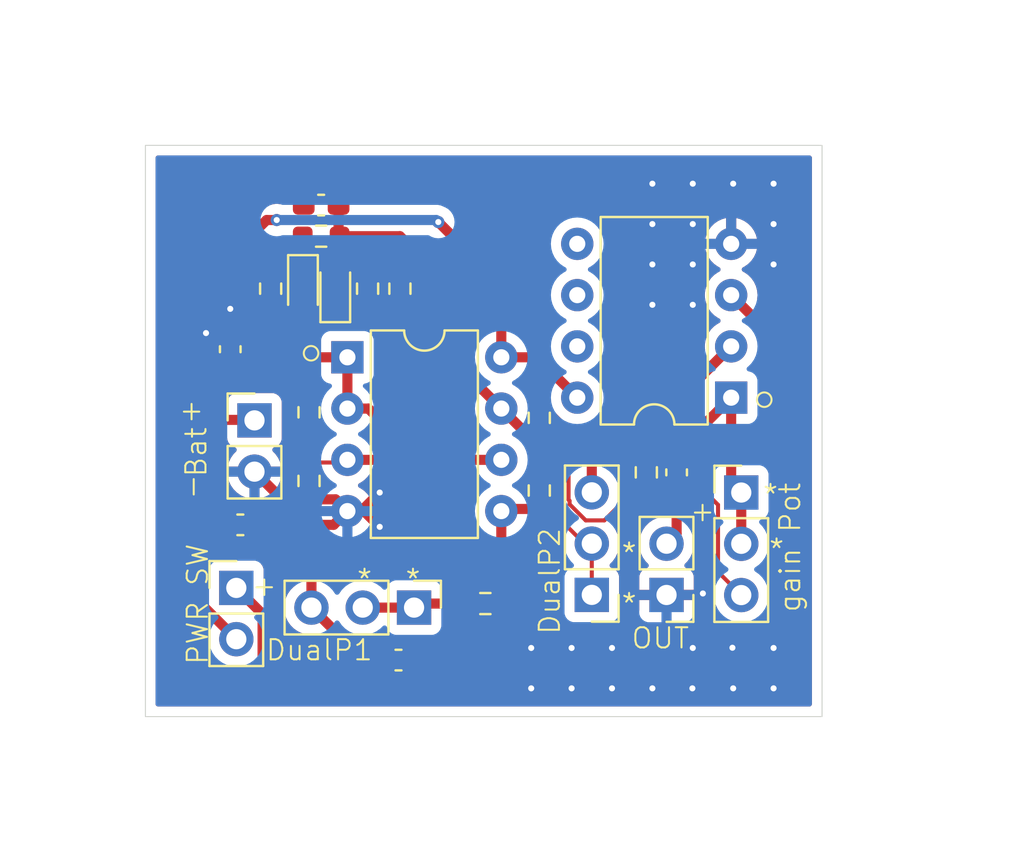
<source format=kicad_pcb>
(kicad_pcb (version 20240108) (generator "pcbnew") (generator_version "8.0")
  (layers (0 "F.Cu" signal) (31 "B.Cu" signal) (34 "B.Paste" user) (35 "F.Paste" user) (36 "B.SilkS" user "B.Silkscreen") (37 "F.SilkS" user "F.Silkscreen") (38 "B.Mask" user) (39 "F.Mask" user) (44 "Edge.Cuts" user))
  (net 0 "")
  (net 1 "SupplyGND")
  (net 2 "+9V")
  (net 3 "Net-(C1-Pad1)")
  (net 4 "Net-(C1-Pad2)")
  (net 5 "BiasVoltage")
  (net 6 "Net-(U4B-+)")
  (net 7 "Net-(C3-Pad1)")
  (net 8 "Net-(J1-Pin_2)")
  (net 9 "Net-(D1-K)")
  (net 10 "Net-(D1-A)")
  (net 11 "Net-(DualPot1-Pad1)")
  (net 12 "Net-(U4A-+)")
  (net 13 "Net-(R7-Pad2)")
  (net 14 "Net-(U5A--)")
  (net 15 "Net-(R10-Pad2)")
  (net 19 "Net-(BT1-+)")
  (footprint "Diode_SMD:D_0603_1608Metric_Pad1.05x0.95mm_HandSolder" (layer "F.Cu") (at 115.3 111.2 90)
    (property "Reference" "D1" (hide yes))
    (property "Value" "1n4148")
    (fp_line (start 0.8 -0.735) (end -1.66 -0.735) (stroke (width 0.12)) (layer "F.SilkS"))
    (fp_line (start -1.66 -0.735) (end -1.66 0.735) (stroke (width 0.12)) (layer "F.SilkS"))
    (fp_line (start -1.66 0.735) (end 0.8 0.735) (stroke (width 0.12)) (layer "F.SilkS"))
    (pad "1" smd roundrect (at -0.875 0 90) (size 1.05 0.95) (layers "F.Cu" "F.Paste" "F.Mask") (net 9 "Net-(D1-K)"))
    (pad "2" smd roundrect (at 0.875 0 90) (size 1.05 0.95) (layers "F.Cu" "F.Paste" "F.Mask") (net 10 "Net-(D1-A)"))
  )
  (footprint "Diode_SMD:D_0603_1608Metric_Pad1.05x0.95mm_HandSolder" (layer "F.Cu") (at 113.7 111.2 -90)
    (property "Reference" "D2" (hide yes))
    (property "Value" "1n4148")
    (fp_line (start -1.66 0.735) (end 0.8 0.735) (stroke (width 0.12)) (layer "F.SilkS"))
    (fp_line (start -1.66 -0.735) (end -1.66 0.735) (stroke (width 0.12)) (layer "F.SilkS"))
    (fp_line (start 0.8 -0.735) (end -1.66 -0.735) (stroke (width 0.12)) (layer "F.SilkS"))
    (pad "1" smd roundrect (at -0.875 0 270) (size 1.05 0.95) (layers "F.Cu" "F.Paste" "F.Mask") (net 10 "Net-(D1-A)"))
    (pad "2" smd roundrect (at 0.875 0 270) (size 1.05 0.95) (layers "F.Cu" "F.Paste" "F.Mask") (net 9 "Net-(D1-K)"))
  )
  (footprint "Resistor_SMD:R_0603_1608Metric_Pad0.98x0.95mm_HandSolder" (layer "F.Cu") (at 114 117.325 -90)
    (property "Reference" "R5" (hide yes))
    (property "Value" "1M")
    (fp_line (start -0.254724 0.5225) (end 0.254724 0.5225) (stroke (width 0.12)) (layer "F.SilkS"))
    (fp_line (start -0.254724 -0.5225) (end 0.254724 -0.5225) (stroke (width 0.12)) (layer "F.SilkS"))
    (pad "1" smd roundrect (at -0.9125 0 270) (size 0.975 0.95) (layers "F.Cu" "F.Paste" "F.Mask") (net 2 "+9V"))
    (pad "2" smd roundrect (at 0.9125 0 270) (size 0.975 0.95) (layers "F.Cu" "F.Paste" "F.Mask") (net 12 "Net-(U4A-+)"))
  )
  (footprint "Connector_PinHeader_2.54mm:PinHeader_1x03_P2.54mm_Vertical" (layer "F.Cu") (at 128 126.37 180)
    (property "Reference" "RV2" (hide yes))
    (property "Value" "DualPot2")
    (fp_line (start 1.33 1.27) (end 1.33 6.41) (stroke (width 0.12)) (layer "F.SilkS"))
    (fp_line (start -1.33 6.41) (end 1.33 6.41) (stroke (width 0.12)) (layer "F.SilkS"))
    (fp_line (start -1.33 1.27) (end 1.33 1.27) (stroke (width 0.12)) (layer "F.SilkS"))
    (fp_line (start -1.33 1.27) (end -1.33 6.41) (stroke (width 0.12)) (layer "F.SilkS"))
    (fp_line (start -1.33 0) (end -1.33 -1.33) (stroke (width 0.12)) (layer "F.SilkS"))
    (fp_line (start -1.33 -1.33) (end 0 -1.33) (stroke (width 0.12)) (layer "F.SilkS"))
    (pad "1" thru_hole rect (at 0 0 180) (size 1.7 1.7) (drill 1) (layers "*.Cu" "*.Mask") (net 13 "Net-(R7-Pad2)"))
    (pad "2" thru_hole oval (at 0 2.54 180) (size 1.7 1.7) (drill 1) (layers "*.Cu" "*.Mask") (net 13 "Net-(R7-Pad2)"))
    (pad "3" thru_hole oval (at 0 5.08 180) (size 1.7 1.7) (drill 1) (layers "*.Cu" "*.Mask") (net 3 "Net-(C1-Pad1)"))
  )
  (footprint "Capacitor_SMD:C_0603_1608Metric_Pad1.08x0.95mm_HandSolder" (layer "F.Cu") (at 114.6 107.06)
    (property "Reference" "C1" (hide yes))
    (property "Value" "100n")
    (fp_line (start -0.146267 -0.51) (end 0.146267 -0.51) (stroke (width 0.12)) (layer "F.SilkS"))
    (fp_line (start -0.146267 0.51) (end 0.146267 0.51) (stroke (width 0.12)) (layer "F.SilkS"))
    (pad "1" smd roundrect (at -0.8625 0) (size 1.075 0.95) (layers "F.Cu" "F.Paste" "F.Mask") (net 3 "Net-(C1-Pad1)"))
    (pad "2" smd roundrect (at 0.8625 0) (size 1.075 0.95) (layers "F.Cu" "F.Paste" "F.Mask") (net 4 "Net-(C1-Pad2)"))
  )
  (footprint "Resistor_SMD:R_0603_1608Metric_Pad0.98x0.95mm_HandSolder" (layer "F.Cu") (at 125.4 121.2 90)
    (property "Reference" "R7" (hide yes))
    (property "Value" "100")
    (fp_line (start -0.254724 -0.5225) (end 0.254724 -0.5225) (stroke (width 0.12)) (layer "F.SilkS"))
    (fp_line (start -0.254724 0.5225) (end 0.254724 0.5225) (stroke (width 0.12)) (layer "F.SilkS"))
    (pad "1" smd roundrect (at -0.9125 0 90) (size 0.975 0.95) (layers "F.Cu" "F.Paste" "F.Mask") (net 6 "Net-(U4B-+)"))
    (pad "2" smd roundrect (at 0.9125 0 90) (size 0.975 0.95) (layers "F.Cu" "F.Paste" "F.Mask") (net 13 "Net-(R7-Pad2)"))
  )
  (footprint "Resistor_SMD:R_0603_1608Metric_Pad0.98x0.95mm_HandSolder" (layer "F.Cu") (at 118.5 111.2 90)
    (property "Reference" "R1" (hide yes))
    (property "Value" "4k7")
    (fp_line (start -0.254724 -0.5225) (end 0.254724 -0.5225) (stroke (width 0.12)) (layer "F.SilkS"))
    (fp_line (start -0.254724 0.5225) (end 0.254724 0.5225) (stroke (width 0.12)) (layer "F.SilkS"))
    (pad "1" smd roundrect (at -0.9125 0 90) (size 0.975 0.95) (layers "F.Cu" "F.Paste" "F.Mask") (net 9 "Net-(D1-K)"))
    (pad "2" smd roundrect (at 0.9125 0 90) (size 0.975 0.95) (layers "F.Cu" "F.Paste" "F.Mask") (net 10 "Net-(D1-A)"))
  )
  (footprint "Connector_PinHeader_2.54mm:PinHeader_1x03_P2.54mm_Vertical" (layer "F.Cu") (at 135.4 121.3)
    (property "Reference" "RV3" (hide yes))
    (property "Value" "Gain10k?")
    (fp_line (start -1.33 -1.33) (end 0 -1.33) (stroke (width 0.12)) (layer "F.SilkS"))
    (fp_line (start -1.33 0) (end -1.33 -1.33) (stroke (width 0.12)) (layer "F.SilkS"))
    (fp_line (start -1.33 1.27) (end -1.33 6.41) (stroke (width 0.12)) (layer "F.SilkS"))
    (fp_line (start -1.33 1.27) (end 1.33 1.27) (stroke (width 0.12)) (layer "F.SilkS"))
    (fp_line (start -1.33 6.41) (end 1.33 6.41) (stroke (width 0.12)) (layer "F.SilkS"))
    (fp_line (start 1.33 1.27) (end 1.33 6.41) (stroke (width 0.12)) (layer "F.SilkS"))
    (pad "1" thru_hole rect (at 0 0) (size 1.7 1.7) (drill 1) (layers "*.Cu" "*.Mask") (net 7 "Net-(C3-Pad1)"))
    (pad "2" thru_hole oval (at 0 2.54) (size 1.7 1.7) (drill 1) (layers "*.Cu" "*.Mask") (net 7 "Net-(C3-Pad1)"))
    (pad "3" thru_hole oval (at 0 5.08) (size 1.7 1.7) (drill 1) (layers "*.Cu" "*.Mask") (net 15 "Net-(R10-Pad2)"))
  )
  (footprint "Package_DIP:DIP-8_W7.62mm" (layer "F.Cu") (at 115.9 114.6)
    (property "Reference" "U4" (hide yes))
    (property "Value" "NE5532")
    (fp_line (start 1.16 -1.33) (end 1.16 8.95) (stroke (width 0.12)) (layer "F.SilkS"))
    (fp_line (start 1.16 8.95) (end 6.46 8.95) (stroke (width 0.12)) (layer "F.SilkS"))
    (fp_line (start 2.81 -1.33) (end 1.16 -1.33) (stroke (width 0.12)) (layer "F.SilkS"))
    (fp_line (start 6.46 -1.33) (end 4.81 -1.33) (stroke (width 0.12)) (layer "F.SilkS"))
    (fp_line (start 6.46 8.95) (end 6.46 -1.33) (stroke (width 0.12)) (layer "F.SilkS"))
    (fp_arc (start 4.81 -1.33) (mid 3.81 -0.33) (end 2.81 -1.33) (stroke (width 0.12)) (layer "F.SilkS"))
    (pad "1" thru_hole rect (at 0 0) (size 1.6 1.6) (drill 0.8) (layers "*.Cu" "*.Mask") (net 5 "BiasVoltage"))
    (pad "2" thru_hole oval (at 0 2.54) (size 1.6 1.6) (drill 0.8) (layers "*.Cu" "*.Mask") (net 5 "BiasVoltage"))
    (pad "3" thru_hole oval (at 0 5.08) (size 1.6 1.6) (drill 0.8) (layers "*.Cu" "*.Mask") (net 12 "Net-(U4A-+)"))
    (pad "4" thru_hole oval (at 0 7.62) (size 1.6 1.6) (drill 0.8) (layers "*.Cu" "*.Mask") (net 1 "SupplyGND"))
    (pad "5" thru_hole oval (at 7.62 7.62) (size 1.6 1.6) (drill 0.8) (layers "*.Cu" "*.Mask") (net 6 "Net-(U4B-+)"))
    (pad "6" thru_hole oval (at 7.62 5.08) (size 1.6 1.6) (drill 0.8) (layers "*.Cu" "*.Mask") (net 9 "Net-(D1-K)"))
    (pad "7" thru_hole oval (at 7.62 2.54) (size 1.6 1.6) (drill 0.8) (layers "*.Cu" "*.Mask") (net 4 "Net-(C1-Pad2)"))
    (pad "8" thru_hole oval (at 7.62 0) (size 1.6 1.6) (drill 0.8) (layers "*.Cu" "*.Mask") (net 2 "+9V"))
  )
  (footprint "Capacitor_SMD:C_0603_1608Metric_Pad1.08x0.95mm_HandSolder" (layer "F.Cu") (at 118.43 129.6 180)
    (property "Reference" "C2" (hide yes))
    (property "Value" "100n")
    (fp_line (start -0.146267 0.51) (end 0.146267 0.51) (stroke (width 0.12)) (layer "F.SilkS"))
    (fp_line (start -0.146267 -0.51) (end 0.146267 -0.51) (stroke (width 0.12)) (layer "F.SilkS"))
    (pad "1" smd roundrect (at -0.8625 0 180) (size 1.075 0.95) (layers "F.Cu" "F.Paste" "F.Mask") (net 6 "Net-(U4B-+)"))
    (pad "2" smd roundrect (at 0.8625 0 180) (size 1.075 0.95) (layers "F.Cu" "F.Paste" "F.Mask") (net 5 "BiasVoltage"))
  )
  (footprint "Connector_PinHeader_2.54mm:PinHeader_1x02_P2.54mm_Vertical" (layer "F.Cu") (at 111.3 117.725)
    (property "Reference" "BT1" (hide yes))
    (property "Value" "9V")
    (fp_line (start -1.33 -1.33) (end 0 -1.33) (stroke (width 0.12)) (layer "F.SilkS"))
    (fp_line (start -1.33 0) (end -1.33 -1.33) (stroke (width 0.12)) (layer "F.SilkS"))
    (fp_line (start -1.33 1.27) (end -1.33 3.87) (stroke (width 0.12)) (layer "F.SilkS"))
    (fp_line (start -1.33 1.27) (end 1.33 1.27) (stroke (width 0.12)) (layer "F.SilkS"))
    (fp_line (start -1.33 3.87) (end 1.33 3.87) (stroke (width 0.12)) (layer "F.SilkS"))
    (fp_line (start 1.33 1.27) (end 1.33 3.87) (stroke (width 0.12)) (layer "F.SilkS"))
    (pad "1" thru_hole rect (at 0 0) (size 1.7 1.7) (drill 1) (layers "*.Cu" "*.Mask") (net 19 "Net-(BT1-+)"))
    (pad "2" thru_hole oval (at 0 2.54) (size 1.7 1.7) (drill 1) (layers "*.Cu" "*.Mask") (net 1 "SupplyGND"))
  )
  (footprint "Resistor_SMD:R_0603_1608Metric_Pad0.98x0.95mm_HandSolder" (layer "F.Cu") (at 114.6 108.6)
    (property "Reference" "R4" (hide yes))
    (property "Value" "2k2")
    (fp_line (start -0.254724 -0.5225) (end 0.254724 -0.5225) (stroke (width 0.12)) (layer "F.SilkS"))
    (fp_line (start -0.254724 0.5225) (end 0.254724 0.5225) (stroke (width 0.12)) (layer "F.SilkS"))
    (pad "1" smd roundrect (at -0.9125 0) (size 0.975 0.95) (layers "F.Cu" "F.Paste" "F.Mask") (net 10 "Net-(D1-A)"))
    (pad "2" smd roundrect (at 0.9125 0) (size 0.975 0.95) (layers "F.Cu" "F.Paste" "F.Mask") (net 4 "Net-(C1-Pad2)"))
  )
  (footprint "Resistor_SMD:R_0603_1608Metric_Pad0.98x0.95mm_HandSolder" (layer "F.Cu") (at 112.1 111.2 -90)
    (property "Reference" "R3" (hide yes))
    (property "Value" "2k2")
    (fp_line (start -0.254724 0.5225) (end 0.254724 0.5225) (stroke (width 0.12)) (layer "F.SilkS"))
    (fp_line (start -0.254724 -0.5225) (end 0.254724 -0.5225) (stroke (width 0.12)) (layer "F.SilkS"))
    (pad "1" smd roundrect (at -0.9125 0 270) (size 0.975 0.95) (layers "F.Cu" "F.Paste" "F.Mask") (net 5 "BiasVoltage"))
    (pad "2" smd roundrect (at 0.9125 0 270) (size 0.975 0.95) (layers "F.Cu" "F.Paste" "F.Mask") (net 9 "Net-(D1-K)"))
  )
  (footprint "Package_DIP:DIP-8_W7.62mm" (layer "F.Cu") (at 134.9 116.6 180)
    (property "Reference" "U5" (hide yes))
    (property "Value" "NE5532")
    (fp_line (start 6.46 8.95) (end 6.46 -1.33) (stroke (width 0.12)) (layer "F.SilkS"))
    (fp_line (start 6.46 -1.33) (end 4.81 -1.33) (stroke (width 0.12)) (layer "F.SilkS"))
    (fp_line (start 2.81 -1.33) (end 1.16 -1.33) (stroke (width 0.12)) (layer "F.SilkS"))
    (fp_line (start 1.16 8.95) (end 6.46 8.95) (stroke (width 0.12)) (layer "F.SilkS"))
    (fp_line (start 1.16 -1.33) (end 1.16 8.95) (stroke (width 0.12)) (layer "F.SilkS"))
    (fp_arc (start 4.81 -1.33) (mid 3.81 -0.33) (end 2.81 -1.33) (stroke (width 0.12)) (layer "F.SilkS"))
    (pad "1" thru_hole rect (at 0 0 180) (size 1.6 1.6) (drill 0.8) (layers "*.Cu" "*.Mask") (net 7 "Net-(C3-Pad1)"))
    (pad "2" thru_hole oval (at 0 2.54 180) (size 1.6 1.6) (drill 0.8) (layers "*.Cu" "*.Mask") (net 14 "Net-(U5A--)"))
    (pad "3" thru_hole oval (at 0 5.08 180) (size 1.6 1.6) (drill 0.8) (layers "*.Cu" "*.Mask") (net 5 "BiasVoltage"))
    (pad "4" thru_hole oval (at 0 7.62 180) (size 1.6 1.6) (drill 0.8) (layers "*.Cu" "*.Mask") (net 1 "SupplyGND"))
    (pad "5" thru_hole oval (at 7.62 7.62 180) (size 1.6 1.6) (drill 0.8) (layers "*.Cu" "*.Mask"))
    (pad "6" thru_hole oval (at 7.62 5.08 180) (size 1.6 1.6) (drill 0.8) (layers "*.Cu" "*.Mask"))
    (pad "7" thru_hole oval (at 7.62 2.54 180) (size 1.6 1.6) (drill 0.8) (layers "*.Cu" "*.Mask"))
    (pad "8" thru_hole oval (at 7.62 0 180) (size 1.6 1.6) (drill 0.8) (layers "*.Cu" "*.Mask") (net 2 "+9V"))
  )
  (footprint "Connector_PinHeader_2.54mm:PinHeader_1x02_P2.54mm_Vertical" (layer "F.Cu") (at 110.4 126.025)
    (property "Reference" "J2" (hide yes))
    (property "Value" "PWR switch")
    (fp_line (start -1.33 -1.33) (end 0 -1.33) (stroke (width 0.12)) (layer "F.SilkS"))
    (fp_line (start -1.33 0) (end -1.33 -1.33) (stroke (width 0.12)) (layer "F.SilkS"))
    (fp_line (start -1.33 1.27) (end -1.33 3.87) (stroke (width 0.12)) (layer "F.SilkS"))
    (fp_line (start -1.33 1.27) (end 1.33 1.27) (stroke (width 0.12)) (layer "F.SilkS"))
    (fp_line (start -1.33 3.87) (end 1.33 3.87) (stroke (width 0.12)) (layer "F.SilkS"))
    (fp_line (start 1.33 1.27) (end 1.33 3.87) (stroke (width 0.12)) (layer "F.SilkS"))
    (pad "1" thru_hole rect (at 0 0) (size 1.7 1.7) (drill 1) (layers "*.Cu" "*.Mask") (net 2 "+9V"))
    (pad "2" thru_hole oval (at 0 2.54) (size 1.7 1.7) (drill 1) (layers "*.Cu" "*.Mask") (net 19 "Net-(BT1-+)"))
  )
  (footprint "Resistor_SMD:R_0603_1608Metric_Pad0.98x0.95mm_HandSolder" (layer "F.Cu") (at 130.7 120.3 -90)
    (property "Reference" "R10" (hide yes))
    (property "Value" "100?")
    (fp_line (start -0.254724 0.5225) (end 0.254724 0.5225) (stroke (width 0.12)) (layer "F.SilkS"))
    (fp_line (start -0.254724 -0.5225) (end 0.254724 -0.5225) (stroke (width 0.12)) (layer "F.SilkS"))
    (pad "1" smd roundrect (at -0.9125 0 270) (size 0.975 0.95) (layers "F.Cu" "F.Paste" "F.Mask") (net 14 "Net-(U5A--)"))
    (pad "2" smd roundrect (at 0.9125 0 270) (size 0.975 0.95) (layers "F.Cu" "F.Paste" "F.Mask") (net 15 "Net-(R10-Pad2)"))
  )
  (footprint "Resistor_SMD:R_0603_1608Metric_Pad0.98x0.95mm_HandSolder" (layer "F.Cu") (at 114 120.725 -90)
    (property "Reference" "R6" (hide yes))
    (property "Value" "1M")
    (fp_line (start -0.254724 0.5225) (end 0.254724 0.5225) (stroke (width 0.12)) (layer "F.SilkS"))
    (fp_line (start -0.254724 -0.5225) (end 0.254724 -0.5225) (stroke (width 0.12)) (layer "F.SilkS"))
    (pad "1" smd roundrect (at -0.9125 0 270) (size 0.975 0.95) (layers "F.Cu" "F.Paste" "F.Mask") (net 12 "Net-(U4A-+)"))
    (pad "2" smd roundrect (at 0.9125 0 270) (size 0.975 0.95) (layers "F.Cu" "F.Paste" "F.Mask") (net 1 "SupplyGND"))
  )
  (footprint "Capacitor_SMD:C_0603_1608Metric_Pad1.08x0.95mm_HandSolder" (layer "F.Cu") (at 132.2 120.3 -90)
    (property "Reference" "C3" (hide yes))
    (property "Value" "100n")
    (fp_line (start -0.146267 0.51) (end 0.146267 0.51) (stroke (width 0.12)) (layer "F.SilkS"))
    (fp_line (start -0.146267 -0.51) (end 0.146267 -0.51) (stroke (width 0.12)) (layer "F.SilkS"))
    (pad "1" smd roundrect (at -0.8625 0 270) (size 1.075 0.95) (layers "F.Cu" "F.Paste" "F.Mask") (net 7 "Net-(C3-Pad1)"))
    (pad "2" smd roundrect (at 0.8625 0 270) (size 1.075 0.95) (layers "F.Cu" "F.Paste" "F.Mask") (net 8 "Net-(J1-Pin_2)"))
  )
  (footprint "Capacitor_SMD:C_0603_1608Metric_Pad1.08x0.95mm_HandSolder" (layer "F.Cu") (at 110.6 122.9)
    (property "Reference" "C4" (hide yes))
    (property "Value" "1u?")
    (fp_line (start -0.146267 -0.51) (end 0.146267 -0.51) (stroke (width 0.12)) (layer "F.SilkS"))
    (fp_line (start -0.146267 0.51) (end 0.146267 0.51) (stroke (width 0.12)) (layer "F.SilkS"))
    (pad "1" smd roundrect (at -0.8625 0) (size 1.075 0.95) (layers "F.Cu" "F.Paste" "F.Mask") (net 12 "Net-(U4A-+)"))
    (pad "2" smd roundrect (at 0.8625 0) (size 1.075 0.95) (layers "F.Cu" "F.Paste" "F.Mask") (net 1 "SupplyGND"))
  )
  (footprint "Connector_PinHeader_2.54mm:PinHeader_1x03_P2.54mm_Vertical" (layer "F.Cu") (at 119.2 127 -90)
    (property "Reference" "DualPot1" (hide yes))
    (property "Value" "100k")
    (fp_line (start -1.33 6.41) (end 1.33 6.41) (stroke (width 0.12)) (layer "F.SilkS"))
    (fp_line (start -1.33 1.27) (end -1.33 6.41) (stroke (width 0.12)) (layer "F.SilkS"))
    (fp_line (start -1.33 1.27) (end 1.33 1.27) (stroke (width 0.12)) (layer "F.SilkS"))
    (fp_line (start 1.33 1.27) (end 1.33 6.41) (stroke (width 0.12)) (layer "F.SilkS"))
    (fp_line (start -1.33 0) (end -1.33 -1.33) (stroke (width 0.12)) (layer "F.SilkS"))
    (fp_line (start -1.33 -1.33) (end 0 -1.33) (stroke (width 0.12)) (layer "F.SilkS"))
    (pad "1" thru_hole rect (at 0 0 270) (size 1.7 1.7) (drill 1) (layers "*.Cu" "*.Mask") (net 11 "Net-(DualPot1-Pad1)"))
    (pad "2" thru_hole oval (at 0 2.54 270) (size 1.7 1.7) (drill 1) (layers "*.Cu" "*.Mask") (net 11 "Net-(DualPot1-Pad1)"))
    (pad "3" thru_hole oval (at 0 5.08 270) (size 1.7 1.7) (drill 1) (layers "*.Cu" "*.Mask") (net 5 "BiasVoltage"))
  )
  (footprint "Resistor_SMD:R_0603_1608Metric_Pad0.98x0.95mm_HandSolder" (layer "F.Cu") (at 122.73 126.8)
    (property "Reference" "R8" (hide yes))
    (property "Value" "100")
    (fp_line (start -0.254724 -0.5225) (end 0.254724 -0.5225) (stroke (width 0.12)) (layer "F.SilkS"))
    (fp_line (start -0.254724 0.5225) (end 0.254724 0.5225) (stroke (width 0.12)) (layer "F.SilkS"))
    (pad "1" smd roundrect (at -0.9125 0) (size 0.975 0.95) (layers "F.Cu" "F.Paste" "F.Mask") (net 11 "Net-(DualPot1-Pad1)"))
    (pad "2" smd roundrect (at 0.9125 0) (size 0.975 0.95) (layers "F.Cu" "F.Paste" "F.Mask") (net 6 "Net-(U4B-+)"))
  )
  (footprint "Resistor_SMD:R_0603_1608Metric_Pad0.98x0.95mm_HandSolder" (layer "F.Cu") (at 116.9 111.2 90)
    (property "Reference" "R2" (hide yes))
    (property "Value" "4k7")
    (fp_line (start -0.254724 -0.5225) (end 0.254724 -0.5225) (stroke (width 0.12)) (layer "F.SilkS"))
    (fp_line (start -0.254724 0.5225) (end 0.254724 0.5225) (stroke (width 0.12)) (layer "F.SilkS"))
    (pad "1" smd roundrect (at -0.9125 0 90) (size 0.975 0.95) (layers "F.Cu" "F.Paste" "F.Mask") (net 9 "Net-(D1-K)"))
    (pad "2" smd roundrect (at 0.9125 0 90) (size 0.975 0.95) (layers "F.Cu" "F.Paste" "F.Mask") (net 10 "Net-(D1-A)"))
  )
  (footprint "Resistor_SMD:R_0603_1608Metric_Pad0.98x0.95mm_HandSolder" (layer "F.Cu") (at 125.4 117.6 90)
    (property "Reference" "R9" (hide yes))
    (property "Value" "10k")
    (fp_line (start -0.254724 -0.5225) (end 0.254724 -0.5225) (stroke (width 0.12)) (layer "F.SilkS"))
    (fp_line (start -0.254724 0.5225) (end 0.254724 0.5225) (stroke (width 0.12)) (layer "F.SilkS"))
    (pad "1" smd roundrect (at -0.9125 0 90) (size 0.975 0.95) (layers "F.Cu" "F.Paste" "F.Mask") (net 4 "Net-(C1-Pad2)"))
    (pad "2" smd roundrect (at 0.9125 0 90) (size 0.975 0.95) (layers "F.Cu" "F.Paste" "F.Mask") (net 14 "Net-(U5A--)"))
  )
  (footprint "Connector_PinHeader_2.54mm:PinHeader_1x02_P2.54mm_Vertical" (layer "F.Cu") (at 131.7 126.375 180)
    (property "Reference" "J1" (hide yes))
    (property "Value" "OUTPUT")
    (fp_line (start 1.33 1.27) (end 1.33 3.87) (stroke (width 0.12)) (layer "F.SilkS"))
    (fp_line (start -1.33 3.87) (end 1.33 3.87) (stroke (width 0.12)) (layer "F.SilkS"))
    (fp_line (start -1.33 1.27) (end 1.33 1.27) (stroke (width 0.12)) (layer "F.SilkS"))
    (fp_line (start -1.33 1.27) (end -1.33 3.87) (stroke (width 0.12)) (layer "F.SilkS"))
    (fp_line (start -1.33 0) (end -1.33 -1.33) (stroke (width 0.12)) (layer "F.SilkS"))
    (fp_line (start -1.33 -1.33) (end 0 -1.33) (stroke (width 0.12)) (layer "F.SilkS"))
    (pad "1" thru_hole rect (at 0 0 180) (size 1.7 1.7) (drill 1) (layers "*.Cu" "*.Mask") (net 1 "SupplyGND"))
    (pad "2" thru_hole oval (at 0 2.54 180) (size 1.7 1.7) (drill 1) (layers "*.Cu" "*.Mask") (net 8 "Net-(J1-Pin_2)"))
  )
  (footprint "Capacitor_SMD:C_0603_1608Metric_Pad1.08x0.95mm_HandSolder" (layer "F.Cu") (at 110.1 114.2 90)
    (property "Reference" "C5" (hide yes))
    (property "Value" "1u?")
    (fp_line (start -0.146267 -0.51) (end 0.146267 -0.51) (stroke (width 0.12)) (layer "F.SilkS"))
    (fp_line (start -0.146267 0.51) (end 0.146267 0.51) (stroke (width 0.12)) (layer "F.SilkS"))
    (pad "1" smd roundrect (at -0.8625 0 90) (size 1.075 0.95) (layers "F.Cu" "F.Paste" "F.Mask") (net 2 "+9V"))
    (pad "2" smd roundrect (at 0.8625 0 90) (size 1.075 0.95) (layers "F.Cu" "F.Paste" "F.Mask") (net 1 "SupplyGND"))
  )
  (gr_circle (center 114.1 114.4) (end 114.4 114.6) (stroke (width 0.1)) (fill none) (layer "F.SilkS"))
  (gr_circle (center 136.539445 116.7) (end 136.839445 116.9) (stroke (width 0.1)) (fill none) (layer "F.SilkS"))
  (gr_rect (start 105.9 104.1) (end 139.4 132.4) (stroke (width 0.05)) (fill none) (layer "Edge.Cuts"))
  (gr_text "*" (at 129.4 124.9 0) (layer "F.SilkS") (effects (font (size 1 1) (thickness 0.1)) (justify left bottom)))
  (gr_text "gain Pot\n" (at 138.4 127.3 90) (layer "F.SilkS") (effects (font (size 1 1) (thickness 0.1)) (justify left bottom)))
  (gr_text "*" (at 116.3 126.2 0) (layer "F.SilkS") (effects (font (size 1 1) (thickness 0.1)) (justify left bottom)))
  (gr_text "*" (at 136.7 124.7 0) (layer "F.SilkS") (effects (font (size 1 1) (thickness 0.1)) (justify left bottom)))
  (gr_text "+" (at 132.8 122.8 0) (layer "F.SilkS") (effects (font (size 1 1) (thickness 0.1)) (justify left bottom)))
  (gr_text "*" (at 129.4 127.4 0) (layer "F.SilkS") (effects (font (size 1 1) (thickness 0.1)) (justify left bottom)))
  (gr_text "+" (at 107.5 117.8 0) (layer "F.SilkS") (effects (font (size 1 1) (thickness 0.1)) (justify left bottom)))
  (gr_text "Bat\n" (at 109 120.6 90) (layer "F.SilkS") (effects (font (size 1 1) (thickness 0.1)) (justify left bottom)))
  (gr_text "*" (at 118.7 126.2 0) (layer "F.SilkS") (effects (font (size 1 1) (thickness 0.1)) (justify left bottom)))
  (gr_text "-\n" (at 108.8 121.7 90) (layer "F.SilkS") (effects (font (size 1 1) (thickness 0.1)) (justify left bottom)))
  (gr_text "PWR SW" (at 109.07 129.895 90) (layer "F.SilkS") (effects (font (size 1 1) (thickness 0.1)) (justify left bottom)))
  (gr_text "DualP1\n\n" (at 111.8 131.3 0) (layer "F.SilkS") (effects (font (size 1 1) (thickness 0.1)) (justify left bottom)))
  (gr_text "*" (at 136.4 122 0) (layer "F.SilkS") (effects (font (size 1 1) (thickness 0.1)) (justify left bottom)))
  (gr_text "+" (at 111.1 126.5 0) (layer "F.SilkS") (effects (font (size 1 1) (thickness 0.1)) (justify left bottom)))
  (gr_text "DualP2" (at 126.5 128.4 90) (layer "F.SilkS") (effects (font (size 1 1) (thickness 0.1)) (justify left bottom)))
  (gr_text "OUT" (at 129.9 129.1 0) (layer "F.SilkS") (effects (font (size 1 1) (thickness 0.1)) (justify left bottom)))
  (segment (start 110.1 113.3375) (end 110.1 112.2) (width 0.5) (layer "F.Cu") (net 1))
  (segment (start 116.58 122.22) (end 117.5 121.3) (width 0.5) (layer "F.Cu") (net 1))
  (segment (start 111.4625 122.9) (end 115.22 122.9) (width 0.5) (layer "F.Cu") (net 1))
  (segment (start 116.72 122.22) (end 117.5 123) (width 0.5) (layer "F.Cu") (net 1))
  (segment (start 115.3175 121.6375) (end 115.9 122.22) (width 0.5) (layer "F.Cu") (net 1))
  (segment (start 112.6725 121.6375) (end 111.3 120.265) (width 0.5) (layer "F.Cu") (net 1))
  (segment (start 108.9625 113.3375) (end 108.9 113.4) (width 0.5) (layer "F.Cu") (net 1))
  (segment (start 115.9 122.22) (end 116.72 122.22) (width 0.5) (layer "F.Cu") (net 1))
  (segment (start 115.22 122.9) (end 115.9 122.22) (width 0.5) (layer "F.Cu") (net 1))
  (segment (start 131.7 126.375) (end 133.425 126.375) (width 0.5) (layer "F.Cu") (net 1))
  (segment (start 133.425 126.375) (end 133.5 126.3) (width 0.5) (layer "F.Cu") (net 1))
  (segment (start 115.9 122.22) (end 116.58 122.22) (width 0.5) (layer "F.Cu") (net 1))
  (segment (start 110.1 113.3375) (end 108.9625 113.3375) (width 0.5) (layer "F.Cu") (net 1))
  (segment (start 114 121.6375) (end 112.6725 121.6375) (width 0.5) (layer "F.Cu") (net 1))
  (segment (start 114 121.6375) (end 115.3175 121.6375) (width 0.5) (layer "F.Cu") (net 1))
  (via (at 137 110) (size 0.6) (drill 0.3) (layers "F.Cu" "B.Cu") (net 1))
  (via (at 132.979807 130.999999) (size 0.6) (drill 0.3) (layers "F.Cu" "B.Cu") (net 1))
  (via (at 133 112) (size 0.6) (drill 0.3) (layers "F.Cu" "B.Cu") (net 1))
  (via (at 135 131) (size 0.6) (drill 0.3) (layers "F.Cu" "B.Cu") (net 1))
  (via (at 133 110) (size 0.6) (drill 0.3) (layers "F.Cu" "B.Cu") (net 1))
  (via (at 133 108) (size 0.6) (drill 0.3) (layers "F.Cu" "B.Cu") (net 1))
  (via (at 131 131) (size 0.6) (drill 0.3) (layers "F.Cu" "B.Cu") (net 1))
  (via (at 127 131) (size 0.6) (drill 0.3) (layers "F.Cu" "B.Cu") (net 1))
  (via (at 131 112) (size 0.6) (drill 0.3) (layers "F.Cu" "B.Cu") (net 1))
  (via (at 137 131) (size 0.6) (drill 0.3) (layers "F.Cu" "B.Cu") (net 1))
  (via (at 127 129) (size 0.6) (drill 0.3) (layers "F.Cu" "B.Cu") (net 1))
  (via (at 125 129) (size 0.6) (drill 0.3) (layers "F.Cu" "B.Cu") (net 1))
  (via (at 108.9 113.4) (size 0.6) (drill 0.3) (layers "F.Cu" "B.Cu") (net 1))
  (via (at 129 131) (size 0.6) (drill 0.3) (layers "F.Cu" "B.Cu") (net 1))
  (via (at 117.5 123) (size 0.6) (drill 0.3) (layers "F.Cu" "B.Cu") (net 1))
  (via (at 137 106) (size 0.6) (drill 0.3) (layers "F.Cu" "B.Cu") (net 1))
  (via (at 117.5 121.3) (size 0.6) (drill 0.3) (layers "F.Cu" "B.Cu") (net 1))
  (via (at 133.5 126.3) (size 0.6) (drill 0.3) (layers "F.Cu" "B.Cu") (net 1))
  (via (at 133 106) (size 0.6) (drill 0.3) (layers "F.Cu" "B.Cu") (net 1))
  (via (at 134.962085 128.989167) (size 0.6) (drill 0.3) (layers "F.Cu" "B.Cu") (net 1))
  (via (at 131 110) (size 0.6) (drill 0.3) (layers "F.Cu" "B.Cu") (net 1))
  (via (at 129 129) (size 0.6) (drill 0.3) (layers "F.Cu" "B.Cu") (net 1))
  (via (at 110.1 112.2) (size 0.6) (drill 0.3) (layers "F.Cu" "B.Cu") (net 1))
  (via (at 137 129) (size 0.6) (drill 0.3) (layers "F.Cu" "B.Cu") (net 1))
  (via (at 135 106) (size 0.6) (drill 0.3) (layers "F.Cu" "B.Cu") (net 1))
  (via (at 137 108) (size 0.6) (drill 0.3) (layers "F.Cu" "B.Cu") (net 1))
  (via (at 131 108) (size 0.6) (drill 0.3) (layers "F.Cu" "B.Cu") (net 1))
  (via (at 125 131) (size 0.6) (drill 0.3) (layers "F.Cu" "B.Cu") (net 1))
  (via (at 133 129) (size 0.6) (drill 0.3) (layers "F.Cu" "B.Cu") (net 1))
  (via (at 131 106) (size 0.6) (drill 0.3) (layers "F.Cu" "B.Cu") (net 1))
  (segment (start 123.52 111.02) (end 120.4 107.9) (width 0.5) (layer "F.Cu") (net 2))
  (segment (start 107.8 128.8) (end 107.8 118) (width 0.5) (layer "F.Cu") (net 2))
  (segment (start 111.4 130.2) (end 109.2 130.2) (width 0.5) (layer "F.Cu") (net 2))
  (segment (start 107.8375 115.0625) (end 110.1 115.0625) (width 0.5) (layer "F.Cu") (net 2))
  (segment (start 111.7 127.325) (end 111.7 129.9) (width 0.5) (layer "F.Cu") (net 2))
  (segment (start 109.2 130.2) (end 107.8 128.8) (width 0.5) (layer "F.Cu") (net 2))
  (segment (start 112.5625 115.0625) (end 113.9125 116.4125) (width 0.5) (layer "F.Cu") (net 2))
  (segment (start 107.8 115.1) (end 107.8 118) (width 0.5) (layer "F.Cu") (net 2))
  (segment (start 110.4 126.025) (end 111.7 127.325) (width 0.5) (layer "F.Cu") (net 2))
  (segment (start 123.52 114.6) (end 123.52 111.02) (width 0.5) (layer "F.Cu") (net 2))
  (segment (start 110.1 115.0625) (end 112.5625 115.0625) (width 0.5) (layer "F.Cu") (net 2))
  (segment (start 112.4 107.8) (end 111.9 107.8) (width 0.5) (layer "F.Cu") (net 2))
  (segment (start 107.8 115.1) (end 107.8375 115.0625) (width 0.5) (layer "F.Cu") (net 2))
  (segment (start 111.9 107.8) (end 107.8 111.9) (width 0.5) (layer "F.Cu") (net 2))
  (segment (start 113.9125 116.4125) (end 114 116.4125) (width 0.5) (layer "F.Cu") (net 2))
  (segment (start 123.52 114.6) (end 125.28 114.6) (width 0.5) (layer "F.Cu") (net 2))
  (segment (start 111.7 129.9) (end 111.4 130.2) (width 0.5) (layer "F.Cu") (net 2))
  (segment (start 125.28 114.6) (end 127.28 116.6) (width 0.5) (layer "F.Cu") (net 2))
  (segment (start 107.8 111.9) (end 107.8 115.1) (width 0.5) (layer "F.Cu") (net 2))
  (via (at 112.4 107.8) (size 0.6) (drill 0.3) (layers "F.Cu" "B.Cu") (net 2))
  (via (at 120.4 107.9) (size 0.6) (drill 0.3) (layers "F.Cu" "B.Cu") (net 2))
  (segment (start 120.3 107.8) (end 112.4 107.8) (width 0.5) (layer "B.Cu") (net 2))
  (segment (start 120.4 107.9) (end 120.3 107.8) (width 0.5) (layer "B.Cu") (net 2))
  (segment (start 114.6975 106.1) (end 113.7375 107.06) (width 0.5) (layer "F.Cu") (net 3))
  (segment (start 129.3 107.4) (end 128 106.1) (width 0.5) (layer "F.Cu") (net 3))
  (segment (start 128 121.29) (end 128 118.8) (width 0.5) (layer "F.Cu") (net 3))
  (segment (start 128 118.8) (end 129.3 117.5) (width 0.5) (layer "F.Cu") (net 3))
  (segment (start 128 106.1) (end 114.6975 106.1) (width 0.5) (layer "F.Cu") (net 3))
  (segment (start 129.3 117.5) (end 129.3 107.4) (width 0.5) (layer "F.Cu") (net 3))
  (segment (start 115.4625 108.55) (end 115.5125 108.6) (width 0.5) (layer "F.Cu") (net 4))
  (segment (start 125.4 118.5125) (end 124.8925 118.5125) (width 0.5) (layer "F.Cu") (net 4))
  (segment (start 124.8925 118.5125) (end 123.52 117.14) (width 0.5) (layer "F.Cu") (net 4))
  (segment (start 115.4625 107.06) (end 115.4625 108.55) (width 0.5) (layer "F.Cu") (net 4))
  (segment (start 115.5125 108.6) (end 118.5 108.6) (width 0.5) (layer "F.Cu") (net 4))
  (segment (start 118.5 108.6) (end 120.4 110.5) (width 0.5) (layer "F.Cu") (net 4))
  (segment (start 120.4 110.5) (end 120.4 114.02) (width 0.5) (layer "F.Cu") (net 4))
  (segment (start 120.4 114.02) (end 123.52 117.14) (width 0.5) (layer "F.Cu") (net 4))
  (segment (start 111.175 112.653854) (end 113.121146 114.6) (width 0.5) (layer "F.Cu") (net 5))
  (segment (start 121.075 130.525) (end 123.6 128) (width 0.5) (layer "F.Cu") (net 5))
  (segment (start 119.4 119.6) (end 116.94 117.14) (width 0.5) (layer "F.Cu") (net 5))
  (segment (start 123.6 128) (end 137.1 128) (width 0.5) (layer "F.Cu") (net 5))
  (segment (start 119.4 123.9) (end 119.4 119.6) (width 0.5) (layer "F.Cu") (net 5))
  (segment (start 137.5 114.12) (end 134.9 111.52) (width 0.5) (layer "F.Cu") (net 5))
  (segment (start 114.12 127) (end 114.12 125.58) (width 0.5) (layer "F.Cu") (net 5))
  (segment (start 137.1 128) (end 137.5 127.6) (width 0.5) (layer "F.Cu") (net 5))
  (segment (start 117.5675 129.6) (end 116.72 129.6) (width 0.5) (layer "F.Cu") (net 5))
  (segment (start 116.94 117.14) (end 115.9 117.14) (width 0.5) (layer "F.Cu") (net 5))
  (segment (start 116.72 129.6) (end 114.12 127) (width 0.5) (layer "F.Cu") (net 5))
  (segment (start 115.9 114.6) (end 115.9 117.14) (width 0.5) (layer "F.Cu") (net 5))
  (segment (start 114.9 124.8) (end 118.5 124.8) (width 0.5) (layer "F.Cu") (net 5))
  (segment (start 137.5 127.6) (end 137.5 114.12) (width 0.5) (layer "F.Cu") (net 5))
  (segment (start 118.4925 130.525) (end 121.075 130.525) (width 0.5) (layer "F.Cu") (net 5))
  (segment (start 113.121146 114.6) (end 115.9 114.6) (width 0.5) (layer "F.Cu") (net 5))
  (segment (start 114.12 125.58) (end 114.9 124.8) (width 0.5) (layer "F.Cu") (net 5))
  (segment (start 117.5675 129.6) (end 118.4925 130.525) (width 0.5) (layer "F.Cu") (net 5))
  (segment (start 111.175 111.2125) (end 111.175 112.653854) (width 0.5) (layer "F.Cu") (net 5))
  (segment (start 112.1 110.2875) (end 111.175 111.2125) (width 0.5) (layer "F.Cu") (net 5))
  (segment (start 118.5 124.8) (end 119.4 123.9) (width 0.5) (layer "F.Cu") (net 5))
  (segment (start 125.4 122.1125) (end 123.6275 122.1125) (width 0.5) (layer "F.Cu") (net 6))
  (segment (start 123.6425 126.8) (end 120.8425 129.6) (width 0.5) (layer "F.Cu") (net 6))
  (segment (start 123.52 126.6775) (end 123.6425 126.8) (width 0.5) (layer "F.Cu") (net 6))
  (segment (start 120.8425 129.6) (end 119.2925 129.6) (width 0.5) (layer "F.Cu") (net 6))
  (segment (start 123.6425 122.3425) (end 123.52 122.22) (width 0.5) (layer "F.Cu") (net 6))
  (segment (start 123.6275 122.1125) (end 123.52 122.22) (width 0.5) (layer "F.Cu") (net 6))
  (segment (start 123.52 122.22) (end 123.52 126.6775) (width 0.5) (layer "F.Cu") (net 6))
  (segment (start 134.9 116.6) (end 134.9 120.8) (width 0.5) (layer "F.Cu") (net 7))
  (segment (start 135.4 123.84) (end 135.4 121.3) (width 0.5) (layer "F.Cu") (net 7))
  (segment (start 132.2 119.4375) (end 132.2 119.3) (width 0.5) (layer "F.Cu") (net 7))
  (segment (start 134.9 120.8) (end 135.4 121.3) (width 0.5) (layer "F.Cu") (net 7))
  (segment (start 132.2 119.3) (end 134.9 116.6) (width 0.5) (layer "F.Cu") (net 7))
  (segment (start 132.2 123.335) (end 131.7 123.835) (width 0.5) (layer "F.Cu") (net 8))
  (segment (start 132.2 121.1625) (end 132.2 123.335) (width 0.5) (layer "F.Cu") (net 8))
  (segment (start 118.5 113) (end 118.5 112.1125) (width 0.5) (layer "F.Cu") (net 9))
  (segment (start 118 113.5) (end 118.5 113) (width 0.5) (layer "F.Cu") (net 9))
  (segment (start 118 115.8) (end 118 113.5) (width 0.5) (layer "F.Cu") (net 9))
  (segment (start 113.7 112.075) (end 115.3 112.075) (width 0.5) (layer "F.Cu") (net 9))
  (segment (start 118.5 112.1125) (end 116.9 112.1125) (width 0.5) (layer "F.Cu") (net 9))
  (segment (start 112.1 112.1125) (end 113.6625 112.1125) (width 0.5) (layer "F.Cu") (net 9))
  (segment (start 121.88 119.68) (end 118 115.8) (width 0.5) (layer "F.Cu") (net 9))
  (segment (start 116.8625 112.075) (end 116.9 112.1125) (width 0.5) (layer "F.Cu") (net 9))
  (segment (start 115.3 112.075) (end 116.8625 112.075) (width 0.5) (layer "F.Cu") (net 9))
  (segment (start 123.52 119.68) (end 121.88 119.68) (width 0.5) (layer "F.Cu") (net 9))
  (segment (start 113.6625 112.1125) (end 113.7 112.075) (width 0.5) (layer "F.Cu") (net 9))
  (segment (start 113.7 110.325) (end 115.3 110.325) (width 0.5) (layer "F.Cu") (net 10))
  (segment (start 115.3 110.325) (end 116.8625 110.325) (width 0.5) (layer "F.Cu") (net 10))
  (segment (start 116.9 110.2875) (end 118.5 110.2875) (width 0.5) (layer "F.Cu") (net 10))
  (segment (start 116.8625 110.325) (end 116.9 110.2875) (width 0.5) (layer "F.Cu") (net 10))
  (segment (start 113.6875 110.3125) (end 113.7 110.325) (width 0.5) (layer "F.Cu") (net 10))
  (segment (start 113.6875 108.6) (end 113.6875 110.3125) (width 0.5) (layer "F.Cu") (net 10))
  (segment (start 121.6175 127) (end 121.8175 126.8) (width 0.5) (layer "F.Cu") (net 11))
  (segment (start 116.66 127) (end 119.2 127) (width 0.5) (layer "F.Cu") (net 11))
  (segment (start 119.4 126.8) (end 119.2 127) (width 0.5) (layer "F.Cu") (net 11))
  (segment (start 121.8175 126.8) (end 119.4 126.8) (width 0.5) (layer "F.Cu") (net 11))
  (segment (start 110.7375 123.9) (end 109.7375 122.9) (width 0.5) (layer "F.Cu") (net 12))
  (segment (start 114 119.8125) (end 115.7675 119.8125) (width 0.2) (layer "F.Cu") (net 12))
  (segment (start 118.4 120.5) (end 118.4 123.4) (width 0.5) (layer "F.Cu") (net 12))
  (segment (start 117.58 119.68) (end 118.4 120.5) (width 0.5) (layer "F.Cu") (net 12))
  (segment (start 115.7675 119.8125) (end 115.9 119.68) (width 0.2) (layer "F.Cu") (net 12))
  (segment (start 118.4 123.4) (end 117.9 123.9) (width 0.5) (layer "F.Cu") (net 12))
  (segment (start 114 118.2375) (end 114 119.8125) (width 0.2) (layer "F.Cu") (net 12))
  (segment (start 117.9 123.9) (end 110.7375 123.9) (width 0.5) (layer "F.Cu") (net 12))
  (segment (start 115.9 119.68) (end 117.58 119.68) (width 0.5) (layer "F.Cu") (net 12))
  (segment (start 125.4 121) (end 125.725 121.325) (width 0.2) (layer "F.Cu") (net 13))
  (segment (start 125.866722 121.325) (end 126.5 121.958278) (width 0.2) (layer "F.Cu") (net 13))
  (segment (start 126.5 121.958278) (end 126.5 122.7) (width 0.2) (layer "F.Cu") (net 13))
  (segment (start 128 123.83) (end 128 126.37) (width 0.2) (layer "F.Cu") (net 13))
  (segment (start 125.4 120.2875) (end 125.4 121) (width 0.2) (layer "F.Cu") (net 13))
  (segment (start 128 123.83) (end 128 123.246146) (width 0.5) (layer "F.Cu") (net 13))
  (segment (start 127.63 123.83) (end 128 123.83) (width 0.2) (layer "F.Cu") (net 13))
  (segment (start 126.5 122.7) (end 127.63 123.83) (width 0.2) (layer "F.Cu") (net 13))
  (segment (start 125.725 121.325) (end 125.866722 121.325) (width 0.2) (layer "F.Cu") (net 13))
  (segment (start 129.7 121.6) (end 129.7 120.3875) (width 0.2) (layer "F.Cu") (net 14))
  (segment (start 125.4 116.6875) (end 126.85 118.1375) (width 0.2) (layer "F.Cu") (net 14))
  (segment (start 130.7 118.26) (end 134.9 114.06) (width 0.5) (layer "F.Cu") (net 14))
  (segment (start 127.7 122.68) (end 128.62 122.68) (width 0.2) (layer "F.Cu") (net 14))
  (segment (start 129.7 120.3875) (end 130.7 119.3875) (width 0.2) (layer "F.Cu") (net 14))
  (segment (start 130.7 119.3875) (end 130.7 118.26) (width 0.5) (layer "F.Cu") (net 14))
  (segment (start 126.85 121.659314) (end 126.9 121.709314) (width 0.2) (layer "F.Cu") (net 14))
  (segment (start 126.85 118.1375) (end 126.85 121.659314) (width 0.2) (layer "F.Cu") (net 14))
  (segment (start 128.62 122.68) (end 129.7 121.6) (width 0.2) (layer "F.Cu") (net 14))
  (segment (start 126.9 121.88) (end 127.7 122.68) (width 0.2) (layer "F.Cu") (net 14))
  (segment (start 126.9 121.709314) (end 126.9 121.88) (width 0.2) (layer "F.Cu") (net 14))
  (segment (start 134.25 125.23) (end 134.25 121.908278) (width 0.2) (layer "F.Cu") (net 15))
  (segment (start 135.4 126.38) (end 134.25 125.23) (width 0.2) (layer "F.Cu") (net 15))
  (segment (start 132.641722 120.3) (end 131.6125 120.3) (width 0.2) (layer "F.Cu") (net 15))
  (segment (start 130.7 121.2125) (end 130.6875 121.2125) (width 0.5) (layer "F.Cu") (net 15))
  (segment (start 131.6125 120.3) (end 130.7 121.2125) (width 0.2) (layer "F.Cu") (net 15))
  (segment (start 134.25 121.908278) (end 132.641722 120.3) (width 0.2) (layer "F.Cu") (net 15))
  (segment (start 110.4 128.565) (end 108.75 126.915) (width 0.5) (layer "F.Cu") (net 19))
  (segment (start 108.75 126.915) (end 108.75 118.485051) (width 0.5) (layer "F.Cu") (net 19))
  (segment (start 110.5 117.7) (end 109.535051 117.7) (width 0.5) (layer "F.Cu") (net 19))
  (segment (start 109.535051 117.7) (end 108.75 118.485051) (width 0.5) (layer "F.Cu") (net 19))
  (zone (net 1) (net_name "SupplyGND") (layer "F.Cu") (priority 2) (connect_pads (clearance 0.5)) (min_thickness 0.25) (fill yes (thermal_gap 0.5) (thermal_bridge_width 0.5))
    (polygon (pts (xy 99.9 97.1) (xy 149.2 97.1) (xy 149.4 136.8) (xy 99.9 137.2) (xy 100.9 96.9)))
  )
  (zone (net 1) (net_name "SupplyGND") (layer "B.Cu") (connect_pads (clearance 0.5)) (min_thickness 0.25) (fill yes (thermal_gap 0.5) (thermal_bridge_width 0.5))
    (polygon (pts (xy 130 98.2) (xy 98.7 98.1) (xy 98.7 139.4) (xy 147.3 139.4) (xy 147.3 98.2)))
  )
)
</source>
